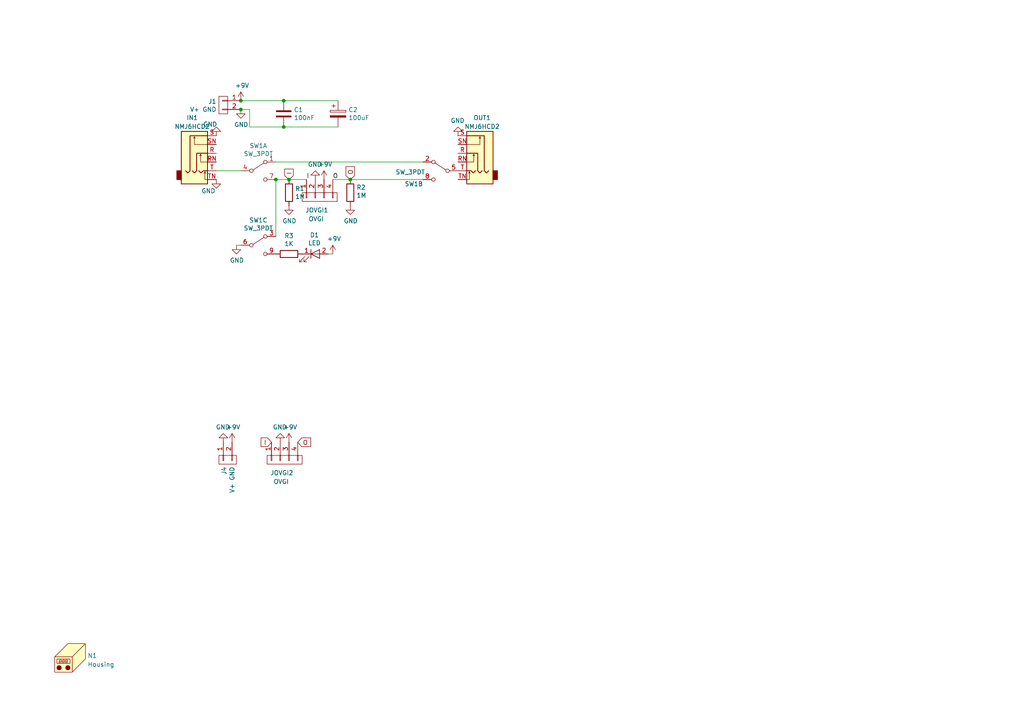
<source format=kicad_sch>
(kicad_sch (version 20230121) (generator eeschema)
  (paper "A4")
  (lib_symbols
    (symbol "1590B-rescue:C-device" (pin_numbers hide) (pin_names (offset 0.254))
      (property "Reference" "C" (at 0.635 2.54 0))
      (property "Value" "device:C" (at 0.635 -2.54 0))
      (symbol "C-device_0_1"
        (polyline (pts (xy -2.032 -0.762) (xy 2.032 -0.762)) (stroke (width 0.508)))
        (polyline (pts (xy -2.032 0.762) (xy 2.032 0.762)) (stroke (width 0.508)))
      )
      (symbol "C-device_1_1"
        (pin passive line (at 0 3.81 270) (length 2.794) (name "~") (number "1"))
        (pin passive line (at 0 -3.81 90) (length 2.794) (name "~") (number "2"))
      )
    )
    (symbol "1590B-rescue:CONN_01X02-conn" (pin_names (offset 1.016) hide)
      (property "Reference" "J" (at 0 3.81 0))
      (property "Value" "conn:CONN_01X02" (at 2.54 0 90))
      (symbol "CONN_01X02-conn_0_1"
        (rectangle (start -1.27 -1.143) (end 0.254 -1.397))
        (rectangle (start -1.27 1.397) (end 0.254 1.143))
        (rectangle (start -1.27 2.54) (end 1.27 -2.54))
      )
      (symbol "CONN_01X02-conn_1_1"
        (pin passive line (at -5.08 1.27 0) (length 3.81) (name "P1") (number "1"))
        (pin passive line (at -5.08 -1.27 0) (length 3.81) (name "P2") (number "2"))
      )
    )
    (symbol "1590B-rescue:CONN_01X04-conn" (pin_names (offset 1.016) hide)
      (property "Reference" "J" (at 0 6.35 0))
      (property "Value" "conn:CONN_01X04" (at 2.54 0 90))
      (symbol "CONN_01X04-conn_0_1"
        (rectangle (start -1.27 -3.683) (end 0.254 -3.937))
        (rectangle (start -1.27 -1.143) (end 0.254 -1.397))
        (rectangle (start -1.27 1.397) (end 0.254 1.143))
        (rectangle (start -1.27 3.937) (end 0.254 3.683))
        (rectangle (start -1.27 5.08) (end 1.27 -5.08))
      )
      (symbol "CONN_01X04-conn_1_1"
        (pin passive line (at -5.08 3.81 0) (length 3.81) (name "P1") (number "1"))
        (pin passive line (at -5.08 1.27 0) (length 3.81) (name "P2") (number "2"))
        (pin passive line (at -5.08 -1.27 0) (length 3.81) (name "P3") (number "3"))
        (pin passive line (at -5.08 -3.81 0) (length 3.81) (name "P4") (number "4"))
      )
    )
    (symbol "1590B-rescue:CP-device" (pin_numbers hide) (pin_names (offset 0.254))
      (property "Reference" "C" (at 0.635 2.54 0))
      (property "Value" "device:CP" (at 0.635 -2.54 0))
      (symbol "CP-device_0_1"
        (rectangle (start -2.286 0.508) (end -2.286 1.016))
        (rectangle (start -2.286 0.508) (end 2.286 0.508))
        (polyline (pts (xy -1.778 2.286) (xy -0.762 2.286)))
        (polyline (pts (xy -1.27 2.794) (xy -1.27 1.778)))
        (rectangle (start 2.286 -0.508) (end -2.286 -1.016) (fill (type outline)))
        (rectangle (start 2.286 1.016) (end -2.286 1.016))
        (rectangle (start 2.286 1.016) (end 2.286 0.508))
      )
      (symbol "CP-device_1_1"
        (pin passive line (at 0 3.81 270) (length 2.794) (name "~") (number "1"))
        (pin passive line (at 0 -3.81 90) (length 2.794) (name "~") (number "2"))
      )
    )
    (symbol "1590B-rescue:LED-device" (pin_names (offset 1.016) hide)
      (property "Reference" "D" (at 0 2.54 0))
      (property "Value" "device:LED" (at 0 -2.54 0))
      (symbol "LED-device_0_1"
        (polyline (pts (xy -1.27 -1.27) (xy -1.27 1.27)) (stroke (width 0.2032)))
        (polyline (pts (xy -1.27 0) (xy 1.27 0)))
        (polyline (pts (xy 1.27 -1.27) (xy 1.27 1.27) (xy -1.27 0) (xy 1.27 -1.27)) (stroke (width 0.2032)))
        (polyline (pts (xy -3.048 -0.762) (xy -4.572 -2.286) (xy -3.81 -2.286) (xy -4.572 -2.286) (xy -4.572 -1.524)))
        (polyline (pts (xy -1.778 -0.762) (xy -3.302 -2.286) (xy -2.54 -2.286) (xy -3.302 -2.286) (xy -3.302 -1.524)))
      )
      (symbol "LED-device_1_1"
        (pin passive line (at -3.81 0 0) (length 2.54) (name "K") (number "1"))
        (pin passive line (at 3.81 0 180) (length 2.54) (name "A") (number "2"))
      )
    )
    (symbol "1590B-rescue:R-device" (pin_numbers hide) (pin_names (offset 0))
      (property "Reference" "R" (at 2.032 0 90))
      (property "Value" "device:R" (at 0 0 90))
      (symbol "R-device_0_1"
        (rectangle (start -1.016 -2.54) (end 1.016 2.54) (stroke (width 0.254)))
      )
      (symbol "R-device_1_1"
        (pin passive line (at 0 3.81 270) (length 1.27) (name "~") (number "1"))
        (pin passive line (at 0 -3.81 90) (length 1.27) (name "~") (number "2"))
      )
    )
    (symbol "1590B-rescue:SW_3PDT-switches" (pin_names (offset 0) hide)
      (property "Reference" "SW" (at 0 4.318 0))
      (property "Value" "switches:SW_3PDT" (at 0 -5.08 0))
      (symbol "SW_3PDT-switches_0_0"
        (circle (center -2.032 0) (radius 0.508))
        (circle (center 2.032 -2.54) (radius 0.508))
      )
      (symbol "SW_3PDT-switches_0_1"
        (polyline (pts (xy -1.524 0.254) (xy 1.651 2.286)))
        (circle (center 2.032 2.54) (radius 0.508))
      )
      (symbol "SW_3PDT-switches_1_1"
        (pin passive line (at 5.08 2.54 180) (length 2.54) (name "A") (number "1"))
        (pin passive line (at -5.08 0 0) (length 2.54) (name "B") (number "4"))
        (pin passive line (at 5.08 -2.54 180) (length 2.54) (name "C") (number "7"))
      )
      (symbol "SW_3PDT-switches_2_1"
        (pin passive line (at 5.08 2.54 180) (length 2.54) (name "A") (number "2"))
        (pin passive line (at -5.08 0 0) (length 2.54) (name "B") (number "5"))
        (pin passive line (at 5.08 -2.54 180) (length 2.54) (name "C") (number "8"))
      )
      (symbol "SW_3PDT-switches_3_1"
        (pin passive line (at 5.08 2.54 180) (length 2.54) (name "A") (number "3"))
        (pin passive line (at -5.08 0 0) (length 2.54) (name "B") (number "6"))
        (pin passive line (at 5.08 -2.54 180) (length 2.54) (name "C") (number "9"))
      )
    )
    (symbol "Connector_Audio:NMJ6HCD2"
      (property "Reference" "J" (at 0 11.43 0))
      (property "Value" "NMJ6HCD2" (at 0 8.89 0))
      (symbol "NMJ6HCD2_0_1"
        (rectangle (start -5.08 -5.08) (end -6.35 -7.62) (stroke (width 0.254)) (fill (type outline)))
        (polyline (pts (xy -1.27 4.826) (xy -1.016 4.318)))
        (polyline (pts (xy 0.508 -0.254) (xy 0.762 -0.762)))
        (polyline (pts (xy 1.778 -5.334) (xy 2.032 -5.842)))
        (polyline (pts (xy 0 -5.08) (xy 0.635 -5.715) (xy 1.27 -5.08) (xy 2.54 -5.08)) (stroke (width 0.254)))
        (polyline (pts (xy 2.54 -7.62) (xy 1.778 -7.62) (xy 1.778 -5.334) (xy 1.524 -5.842)))
        (polyline (pts (xy 2.54 -2.54) (xy 0.508 -2.54) (xy 0.508 -0.254) (xy 0.254 -0.762)))
        (polyline (pts (xy 2.54 2.54) (xy -1.27 2.54) (xy -1.27 4.826) (xy -1.524 4.318)))
        (polyline (pts (xy -1.905 -5.08) (xy -1.27 -5.715) (xy -0.635 -5.08) (xy -0.635 0) (xy 2.54 0)) (stroke (width 0.254)))
        (polyline (pts (xy 2.54 5.08) (xy -2.54 5.08) (xy -2.54 -5.08) (xy -3.175 -5.715) (xy -3.81 -5.08)) (stroke (width 0.254)))
        (rectangle (start 2.54 6.35) (end -5.08 -8.89) (stroke (width 0.254)) (fill (type background)))
      )
      (symbol "NMJ6HCD2_1_1"
        (pin passive line (at 5.08 0 180) (length 2.54) (name "~") (number "R"))
        (pin passive line (at 5.08 -2.54 180) (length 2.54) (name "~") (number "RN"))
        (pin passive line (at 5.08 5.08 180) (length 2.54) (name "~") (number "S"))
        (pin passive line (at 5.08 2.54 180) (length 2.54) (name "~") (number "SN"))
        (pin passive line (at 5.08 -5.08 180) (length 2.54) (name "~") (number "T"))
        (pin passive line (at 5.08 -7.62 180) (length 2.54) (name "~") (number "TN"))
      )
    )
    (symbol "Mechanical:Housing" (pin_names (offset 1.016))
      (property "Reference" "N" (at 3.81 0 0))
      (property "Value" "Housing" (at 3.81 -1.905 0))
      (symbol "Housing_0_1"
        (rectangle (start -5.08 -0.635) (end -1.27 -1.905))
        (circle (center -4.445 -3.175) (radius 0.635) (fill (type outline)))
        (circle (center -1.905 -3.175) (radius 0.635) (fill (type outline)))
        (polyline (pts (xy -4.5212 -1.5748) (xy -4.4704 -1.3716)))
        (polyline (pts (xy -4.4196 -1.6764) (xy -4.064 -1.6764)))
        (polyline (pts (xy -4.4196 -1.2192) (xy -4.3688 -0.9652)))
        (polyline (pts (xy -4.318 -1.3208) (xy -4.0132 -1.3208)))
        (polyline (pts (xy -4.2164 -0.9144) (xy -3.9116 -0.9144)))
        (polyline (pts (xy -3.9116 -1.6256) (xy -3.8608 -1.3716)))
        (polyline (pts (xy -3.81 -1.2192) (xy -3.7592 -0.9652)))
        (polyline (pts (xy -3.6068 -1.5748) (xy -3.556 -1.3716)))
        (polyline (pts (xy -3.5052 -1.6764) (xy -3.1496 -1.6764)))
        (polyline (pts (xy -3.5052 -1.2192) (xy -3.4544 -0.9652)))
        (polyline (pts (xy -3.4036 -1.3208) (xy -3.0988 -1.3208)))
        (polyline (pts (xy -3.302 -0.9144) (xy -2.9972 -0.9144)))
        (polyline (pts (xy -2.9972 -1.6256) (xy -2.9464 -1.3716)))
        (polyline (pts (xy -2.8956 -1.2192) (xy -2.8448 -0.9652)))
        (polyline (pts (xy -2.6924 -1.5748) (xy -2.6416 -1.3716)))
        (polyline (pts (xy -2.5908 -1.6764) (xy -2.2352 -1.6764)))
        (polyline (pts (xy -2.5908 -1.2192) (xy -2.54 -0.9652)))
        (polyline (pts (xy -2.4892 -1.3208) (xy -2.1844 -1.3208)))
        (polyline (pts (xy -2.3876 -0.9144) (xy -2.0828 -0.9144)))
        (polyline (pts (xy -2.0828 -1.6256) (xy -2.032 -1.3716)))
        (polyline (pts (xy -1.9812 -1.2192) (xy -1.9304 -0.9652)))
        (polyline (pts (xy -0.635 0) (xy -0.635 -4.445)))
        (polyline (pts (xy -5.715 0) (xy -0.635 0) (xy 3.175 3.81)))
        (polyline (pts (xy -5.715 0) (xy -5.715 -4.445) (xy -0.635 -4.445) (xy 3.175 -0.635) (xy 3.175 3.81) (xy -1.905 3.81) (xy -5.715 0)) (fill (type background)))
      )
    )
    (symbol "power:+9V" (power) (pin_names (offset 0))
      (property "Value" "+9V" (at 0 3.556 0))
      (symbol "+9V_0_1"
        (polyline (pts (xy -0.762 1.27) (xy 0 2.54)))
        (polyline (pts (xy 0 0) (xy 0 2.54)))
        (polyline (pts (xy 0 2.54) (xy 0.762 1.27)))
      )
      (symbol "+9V_1_1"
        (pin power_in line (at 0 0 90) (length 0) hide (name "+9V") (number "1"))
      )
    )
    (symbol "power:GND" (power) (pin_names (offset 0))
      (property "Value" "GND" (at 0 -3.81 0))
      (symbol "GND_0_1"
        (polyline (pts (xy 0 0) (xy 0 -1.27) (xy 1.27 -1.27) (xy 0 -2.54) (xy -1.27 -1.27) (xy 0 -1.27)))
      )
      (symbol "GND_1_1"
        (pin power_in line (at 0 0 270) (length 0) hide (name "GND") (number "1"))
      )
    )
  )
  (junction (at 82.296 29.21))
  (junction (at 101.6 52.07))
  (junction (at 80.01 52.07))
  (junction (at 83.82 52.07))
  (junction (at 69.85 31.75))
  (junction (at 82.296 36.83))
  (junction (at 69.85 29.21))
  (wire (pts (xy 72.39 36.83) (xy 82.296 36.83)))
  (wire (pts (xy 80.01 52.07) (xy 83.82 52.07)))
  (wire (pts (xy 72.39 31.75) (xy 72.39 36.83)))
  (wire (pts (xy 62.738 49.53) (xy 69.85 49.53)))
  (wire (pts (xy 69.85 71.12) (xy 68.58 71.12)))
  (wire (pts (xy 69.85 31.75) (xy 72.39 31.75)))
  (wire (pts (xy 122.682 52.07) (xy 101.6 52.07)))
  (wire (pts (xy 82.296 36.83) (xy 98.044 36.83)))
  (wire (pts (xy 80.01 52.07) (xy 80.01 68.58)))
  (wire (pts (xy 80.01 46.99) (xy 122.682 46.99)))
  (wire (pts (xy 83.82 52.07) (xy 88.9 52.07)))
  (wire (pts (xy 96.52 52.07) (xy 101.6 52.07)))
  (wire (pts (xy 98.044 29.21) (xy 82.296 29.21)))
  (wire (pts (xy 69.85 29.21) (xy 82.296 29.21)))
  (wire (pts (xy 95.25 73.66) (xy 96.52 73.66)))
  (label "O" (at 96.52 52.07 0))
  (label "I" (at 88.9 52.07 0))
  (global_label "I" (shape input) (at 83.82 52.07 90) (property "Intersheetrefs" "${INTERSHEET_REFS}" (effects hide)))
  (global_label "O" (shape input) (at 86.36 128.27 0) (property "Intersheetrefs" "${INTERSHEET_REFS}" (effects hide)))
  (global_label "O" (shape input) (at 101.6 52.07 90) (property "Intersheetrefs" "${INTERSHEET_REFS}" (effects hide)))
  (global_label "I" (shape input) (at 78.74 128.27 180) (property "Intersheetrefs" "${INTERSHEET_REFS}" (effects hide)))
  (symbol (lib_id "1590B-rescue:R-device") (at 83.82 55.88 0) (unit 1)
    (property "Reference" "R1" (at 85.598 54.7116 0) (effects (justify left)))
    (property "Value" "1M" (at 85.598 57.023 0) (effects (justify left)))
    (property "Footprint" "Resistor_SMD:R_0805_2012Metric" (effects hide))
  )
  (symbol (lib_id "1590B-rescue:R-device") (at 101.6 55.88 0) (unit 1)
    (property "Reference" "R2" (at 103.378 54.356 0) (effects (justify left)))
    (property "Value" "1M" (at 103.378 56.6674 0) (effects (justify left)))
    (property "Footprint" "Resistor_SMD:R_0805_2012Metric" (effects hide))
    (instances (project "phasenom" (path "" (reference "R2") (unit 1)) (path "" (reference "R3") (unit 1))))
  )
  (symbol (lib_id "Connector_Audio:NMJ6HCD2") (at 137.922 44.45 0) (mirror y) (unit 1)
    (property "Reference" "OUT1" (at 139.827 34.163 0))
    (property "Value" "NMJ6HCD2" (at 139.827 36.703 0))
    (property "Footprint" "Connector_Audio:Jack_6.35mm_Neutrik_NMJ6HCD2_Horizontal" (effects hide))
    (property "Datasheet" "https://www.neutrik.com/en/product/nmj6hcd2" (effects hide))
  )
  (symbol (lib_id "1590B-rescue:C-device") (at 82.296 33.02 180) (unit 1)
    (property "Reference" "C1" (at 85.217 31.8516 0) (effects (justify right)))
    (property "Value" "100nF" (at 85.217 34.163 0) (effects (justify right)))
    (property "Footprint" "Capacitor_SMD:C_0805_2012Metric_Pad1.18x1.45mm_HandSolder" (effects hide))
  )
  (symbol (lib_id "1590B-rescue:CONN_01X04-conn") (at 82.55 133.35 90) (mirror x) (unit 1)
    (property "Reference" "JOVGI2" (at 85.09 137.16 90) (effects (justify left)))
    (property "Value" "OVGI" (at 83.82 139.7 90) (effects (justify left)))
    (property "Footprint" "Pin_Headers:Pin_Header_Straight_1x04_Pitch2.54mm" (effects hide))
    (instances (project "phasenom" (path "" (reference "JOVGI2") (unit 1)) (path "" (reference "JOVGI1") (unit 1))))
  )
  (symbol (lib_id "power:GND") (at 83.82 59.69 0) (unit 1)
    (property "Reference" "#PWR05" (effects hide))
    (property "Value" "GND" (at 83.947 64.0842 0))
    (instances (project "phasenom" (path "" (reference "#PWR05") (unit 1)) (path "" (reference "#PWR09") (unit 1))))
  )
  (symbol (lib_id "1590B-rescue:SW_3PDT-switches") (at 74.93 71.12 0) (unit 3)
    (property "Reference" "SW1" (at 74.93 63.881 0))
    (property "Value" "SW_3PDT" (at 74.93 66.1924 0))
    (property "Footprint" "KiCad Lib:3PDT-Footswitch" (effects hide))
  )
  (symbol (lib_id "power:GND") (at 64.77 128.27 180) (unit 1)
    (property "Reference" "#PWR014" (effects hide))
    (property "Value" "GND" (at 64.643 123.8758 0))
    (instances (project "phasenom" (path "" (reference "#PWR014") (unit 1)) (path "" (reference "#PWR01") (unit 1))))
  )
  (symbol (lib_id "power:GND") (at 62.738 39.37 180) (unit 1)
    (property "Reference" "#PWR011" (effects hide))
    (property "Value" "GND" (at 60.96 36.068 0))
    (instances (project "phasenom" (path "" (reference "#PWR011") (unit 1)) (path "" (reference "#PWR06") (unit 1))))
  )
  (symbol (lib_id "power:+9V") (at 96.52 73.66 0) (unit 1)
    (property "Reference" "#PWR08" (effects hide))
    (property "Value" "+9V" (at 96.901 69.2658 0))
    (instances (project "phasenom" (path "" (reference "#PWR08") (unit 1)) (path "" (reference "#PWR013") (unit 1))))
  )
  (symbol (lib_id "Mechanical:Housing") (at 21.59 190.5 0) (unit 1)
    (property "Reference" "N1" (at 25.4 190.1825 0) (effects (justify left)))
    (property "Value" "Housing" (at 25.4 192.7225 0) (effects (justify left)))
    (property "Footprint" "Pedal-Components:1590B" (effects hide))
  )
  (symbol (lib_id "power:+9V") (at 67.31 128.27 0) (unit 1)
    (property "Reference" "#PWR015" (effects hide))
    (property "Value" "+9V" (at 67.691 123.8758 0))
    (instances (project "phasenom" (path "" (reference "#PWR015") (unit 1)) (path "" (reference "#PWR02") (unit 1))))
  )
  (symbol (lib_id "power:+9V") (at 69.85 29.21 0) (unit 1)
    (property "Reference" "#PWR01" (effects hide))
    (property "Value" "+9V" (at 70.231 24.8158 0))
    (instances (project "phasenom" (path "" (reference "#PWR01") (unit 1)) (path "" (reference "#PWR04") (unit 1))))
  )
  (symbol (lib_id "1590B-rescue:CONN_01X02-conn") (at 64.77 30.48 0) (mirror y) (unit 1)
    (property "Reference" "J1" (at 62.7888 29.4386 0) (effects (justify left)))
    (property "Value" "V+ GND" (at 62.7888 31.75 0) (effects (justify left)))
    (property "Footprint" "Connector_PinHeader_2.54mm:PinHeader_1x02_P2.54mm_Vertical" (effects hide))
  )
  (symbol (lib_id "power:GND") (at 101.6 59.69 0) (unit 1)
    (property "Reference" "#PWR06" (effects hide))
    (property "Value" "GND" (at 101.727 64.0842 0))
    (instances (project "phasenom" (path "" (reference "#PWR06") (unit 1)) (path "" (reference "#PWR014") (unit 1))))
  )
  (symbol (lib_id "1590B-rescue:R-device") (at 83.82 73.66 270) (unit 1)
    (property "Reference" "R3" (at 83.82 68.4022 90))
    (property "Value" "1K" (at 83.82 70.7136 90))
    (property "Footprint" "Resistor_SMD:R_0805_2012Metric" (effects hide))
    (instances (project "phasenom" (path "" (reference "R3") (unit 1)) (path "" (reference "R2") (unit 1))))
  )
  (symbol (lib_id "power:+9V") (at 93.98 52.07 0) (unit 1)
    (property "Reference" "#PWR04" (effects hide))
    (property "Value" "+9V" (at 94.361 47.6758 0))
    (instances (project "phasenom" (path "" (reference "#PWR04") (unit 1)) (path "" (reference "#PWR012") (unit 1))))
  )
  (symbol (lib_id "1590B-rescue:SW_3PDT-switches") (at 74.93 49.53 0) (unit 1)
    (property "Reference" "SW1" (at 74.93 42.291 0))
    (property "Value" "SW_3PDT" (at 74.93 44.6024 0))
    (property "Footprint" "KiCad Lib:3PDT-Footswitch" (effects hide))
    (instances (project "phasenom" (path "" (reference "SW1") (unit 1)) (path "" (reference "SW99") (unit 1))))
  )
  (symbol (lib_id "power:GND") (at 62.738 52.07 0) (unit 1)
    (property "Reference" "#PWR013" (effects hide))
    (property "Value" "GND" (at 60.452 55.372 0))
    (instances (project "phasenom" (path "" (reference "#PWR013") (unit 1)) (path "" (reference "#PWR07") (unit 1))))
  )
  (symbol (lib_id "power:+9V") (at 83.82 128.27 0) (unit 1)
    (property "Reference" "#PWR010" (effects hide))
    (property "Value" "+9V" (at 84.201 123.8758 0))
  )
  (symbol (lib_id "power:GND") (at 81.28 128.27 180) (unit 1)
    (property "Reference" "#PWR09" (effects hide))
    (property "Value" "GND" (at 81.153 123.8758 0))
    (instances (project "phasenom" (path "" (reference "#PWR09") (unit 1)) (path "" (reference "#PWR08") (unit 1))))
  )
  (symbol (lib_id "power:GND") (at 132.842 39.37 180) (unit 1)
    (property "Reference" "#PWR012" (effects hide))
    (property "Value" "GND" (at 132.715 34.9758 0))
    (instances (project "phasenom" (path "" (reference "#PWR012") (unit 1)) (path "" (reference "#PWR015") (unit 1))))
  )
  (symbol (lib_id "Connector_Audio:NMJ6HCD2") (at 57.658 44.45 0) (unit 1)
    (property "Reference" "IN1" (at 55.753 34.163 0))
    (property "Value" "NMJ6HCD2" (at 55.753 36.703 0))
    (property "Footprint" "Connector_Audio:Jack_6.35mm_Neutrik_NMJ6HCD2_Horizontal" (effects hide))
    (property "Datasheet" "https://www.neutrik.com/en/product/nmj6hcd2" (effects hide))
  )
  (symbol (lib_id "power:GND") (at 68.58 71.12 0) (unit 1)
    (property "Reference" "#PWR07" (effects hide))
    (property "Value" "GND" (at 68.707 75.5142 0))
    (instances (project "phasenom" (path "" (reference "#PWR07") (unit 1)) (path "" (reference "#PWR03") (unit 1))))
  )
  (symbol (lib_id "power:GND") (at 91.44 52.07 180) (unit 1)
    (property "Reference" "#PWR03" (effects hide))
    (property "Value" "GND" (at 91.313 47.6758 0))
    (instances (project "phasenom" (path "" (reference "#PWR03") (unit 1)) (path "" (reference "#PWR011") (unit 1))))
  )
  (symbol (lib_id "1590B-rescue:CONN_01X02-conn") (at 66.04 133.35 90) (mirror x) (unit 1)
    (property "Reference" "J4" (at 64.9986 135.3312 0) (effects (justify left)))
    (property "Value" "V+ GND" (at 67.31 135.3312 0) (effects (justify left)))
    (property "Footprint" "Connector_PinHeader_2.54mm:PinHeader_1x02_P2.54mm_Vertical" (effects hide))
  )
  (symbol (lib_id "1590B-rescue:LED-device") (at 91.44 73.66 0) (unit 1)
    (property "Reference" "D1" (at 91.2114 68.1736 0))
    (property "Value" "LED" (at 91.2114 70.485 0))
    (property "Footprint" "LEDs:LED-5MM" (effects hide))
  )
  (symbol (lib_id "1590B-rescue:CP-device") (at 98.044 33.02 0) (unit 1)
    (property "Reference" "C2" (at 101.0412 31.8516 0) (effects (justify left)))
    (property "Value" "100uF" (at 101.0412 34.163 0) (effects (justify left)))
    (property "Footprint" "Capacitors_THT:CP_Radial_D8.0mm_P2.50mm" (effects hide))
  )
  (symbol (lib_id "power:GND") (at 69.85 31.75 0) (unit 1)
    (property "Reference" "#PWR02" (effects hide))
    (property "Value" "GND" (at 69.977 36.1442 0))
    (instances (project "phasenom" (path "" (reference "#PWR02") (unit 1)) (path "" (reference "#PWR05") (unit 1))))
  )
  (symbol (lib_id "1590B-rescue:SW_3PDT-switches") (at 127.762 49.53 0) (mirror y) (unit 2)
    (property "Reference" "SW1" (at 120.015 53.34 0))
    (property "Value" "SW_3PDT" (at 118.999 49.911 0))
    (property "Footprint" "KiCad Lib:3PDT-Footswitch" (effects hide))
    (instances (project "phasenom" (path "" (reference "SW1") (unit 2)) (path "" (reference "SW99") (unit 2))))
  )
  (symbol (lib_id "1590B-rescue:CONN_01X04-conn") (at 92.71 57.15 90) (mirror x) (unit 1)
    (property "Reference" "JOVGI1" (at 95.25 60.96 90) (effects (justify left)))
    (property "Value" "OVGI" (at 93.98 63.5 90) (effects (justify left)))
    (property "Footprint" "Pin_Headers:Pin_Header_Straight_1x04_Pitch2.54mm" (effects hide))
    (instances (project "phasenom" (path "" (reference "JOVGI1") (unit 1)) (path "" (reference "JOVGI2") (unit 1))))
  )
)
</source>
